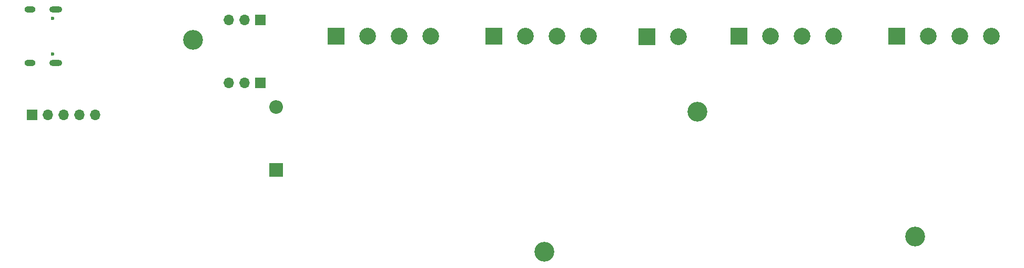
<source format=gbr>
G04 #@! TF.GenerationSoftware,KiCad,Pcbnew,6.0.10-86aedd382b~118~ubuntu22.04.1*
G04 #@! TF.CreationDate,2023-02-02T15:42:05+01:00*
G04 #@! TF.ProjectId,pcb_esp32_wled_pwm_multichannel,7063625f-6573-4703-9332-5f776c65645f,rev?*
G04 #@! TF.SameCoordinates,Original*
G04 #@! TF.FileFunction,Soldermask,Bot*
G04 #@! TF.FilePolarity,Negative*
%FSLAX46Y46*%
G04 Gerber Fmt 4.6, Leading zero omitted, Abs format (unit mm)*
G04 Created by KiCad (PCBNEW 6.0.10-86aedd382b~118~ubuntu22.04.1) date 2023-02-02 15:42:05*
%MOMM*%
%LPD*%
G01*
G04 APERTURE LIST*
%ADD10R,2.700000X2.700000*%
%ADD11C,2.700000*%
%ADD12O,1.700000X1.700000*%
%ADD13R,1.700000X1.700000*%
%ADD14C,3.200000*%
%ADD15R,2.200000X2.200000*%
%ADD16O,2.200000X2.200000*%
%ADD17C,0.600000*%
%ADD18O,1.800000X1.000000*%
%ADD19O,2.100000X1.000000*%
G04 APERTURE END LIST*
D10*
G04 #@! TO.C,J101*
X61740000Y-44450000D03*
D11*
X66820000Y-44450000D03*
X71900000Y-44450000D03*
X76980000Y-44450000D03*
G04 #@! TD*
D12*
G04 #@! TO.C,J107*
X44465000Y-51970000D03*
X47005000Y-51970000D03*
D13*
X49545000Y-51970000D03*
G04 #@! TD*
D14*
G04 #@! TO.C,H103*
X95250000Y-79248000D03*
G04 #@! TD*
D12*
G04 #@! TO.C,J106*
X44465000Y-41810000D03*
X47005000Y-41810000D03*
D13*
X49545000Y-41810000D03*
G04 #@! TD*
D10*
G04 #@! TO.C,J104*
X151970000Y-44450000D03*
D11*
X157050000Y-44450000D03*
X162130000Y-44450000D03*
X167210000Y-44450000D03*
G04 #@! TD*
D14*
G04 #@! TO.C,H104*
X119888000Y-56642000D03*
G04 #@! TD*
D10*
G04 #@! TO.C,J103*
X126570000Y-44450000D03*
D11*
X131650000Y-44450000D03*
X136730000Y-44450000D03*
X141810000Y-44450000D03*
G04 #@! TD*
D10*
G04 #@! TO.C,J102*
X87140000Y-44450000D03*
D11*
X92220000Y-44450000D03*
X97300000Y-44450000D03*
X102380000Y-44450000D03*
G04 #@! TD*
D14*
G04 #@! TO.C,H102*
X154940000Y-76835000D03*
G04 #@! TD*
D15*
G04 #@! TO.C,D118*
X52070000Y-66040000D03*
D16*
X52070000Y-55880000D03*
G04 #@! TD*
D13*
G04 #@! TO.C,J105*
X12781200Y-57150000D03*
D12*
X15321200Y-57150000D03*
X17861200Y-57150000D03*
X20401200Y-57150000D03*
X22941200Y-57150000D03*
G04 #@! TD*
D17*
G04 #@! TO.C,J109*
X16111200Y-47340000D03*
X16111200Y-41560000D03*
D18*
X12461200Y-48770000D03*
X12461200Y-40130000D03*
D19*
X16611200Y-48770000D03*
X16611200Y-40130000D03*
G04 #@! TD*
D10*
G04 #@! TO.C,J108*
X111736000Y-44501500D03*
D11*
X116816000Y-44501500D03*
G04 #@! TD*
D14*
G04 #@! TO.C,H101*
X38735000Y-45085000D03*
G04 #@! TD*
M02*

</source>
